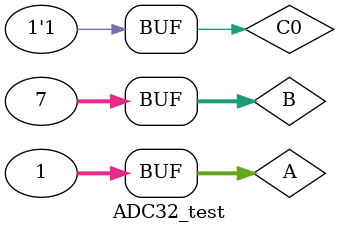
<source format=v>
`timescale 1ns / 1ps


module ADC32_test;

	// Inputs
	reg [31:0] A;
	reg [31:0] B;
	reg C0;

	// Outputs
	wire [32:0] S;

	// Instantiate the Unit Under Test (UUT)
	ADC32 uut (
		.A(A), 
		.B(B), 
		.C0(C0), 
		.S(S)
	);

	initial begin
		// Initialize Inputs
		A = 0;
		B = 0;
		C0 = 0;

		// Wait 100 ns for global reset to finish
		#100;
      A = 1;
		B = 1;
		C0 = 0;
		#100;
		C0 = 1;
		#100;
		C0 = 0;
		#100;
		A = 32'b11111111_11111111_11111111_11111111;
		B = 32'b00000000_00000000_00000000_00000001;
		#100;
		C0 = 1;
		#100;
		A = 32'b00000000_00000000_00000000_00000001;
		B = 32'b00000000_00000000_00000000_00000111;
		// Add stimulus here

	end
      
endmodule


</source>
